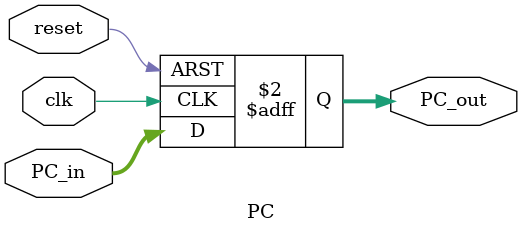
<source format=sv>
module PC #(
    parameter m = 32
)(
    input  logic              clk,
    input  logic              reset,     // reset PC to 0
    input  logic [m-1:0]      PC_in,     // next PC (from mux or adder)
    output logic [m-1:0]      PC_out     // current PC value
);

    always_ff @(posedge clk or posedge reset) begin
        if (reset)
            PC_out <= '0;               // reset to address 0
        else
            PC_out <= PC_in;            // load next PC each cycle
    end

endmodule


</source>
